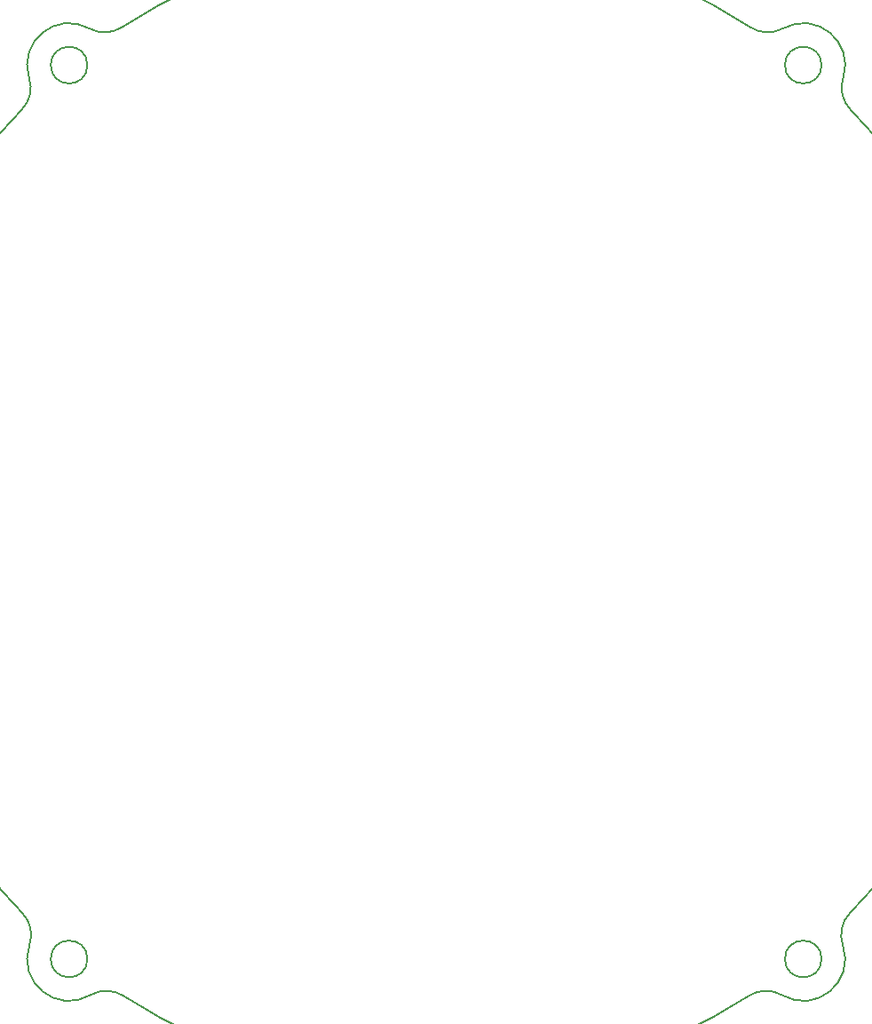
<source format=gbr>
G04 #@! TF.GenerationSoftware,KiCad,Pcbnew,(6.0.5)*
G04 #@! TF.CreationDate,2022-07-11T21:21:47+09:00*
G04 #@! TF.ProjectId,main board,6d61696e-2062-46f6-9172-642e6b696361,rev?*
G04 #@! TF.SameCoordinates,Original*
G04 #@! TF.FileFunction,Profile,NP*
%FSLAX46Y46*%
G04 Gerber Fmt 4.6, Leading zero omitted, Abs format (unit mm)*
G04 Created by KiCad (PCBNEW (6.0.5)) date 2022-07-11 21:21:47*
%MOMM*%
%LPD*%
G01*
G04 APERTURE LIST*
G04 #@! TA.AperFunction,Profile*
%ADD10C,0.200000*%
G04 #@! TD*
G04 APERTURE END LIST*
D10*
X68032457Y-71338290D02*
G75*
G03*
X71122492Y-71230448I1455343J2623390D01*
G01*
X61587476Y-79080617D02*
G75*
G03*
X61631491Y-155660768I39504524J-38267383D01*
G01*
X71267379Y-163559330D02*
G75*
G03*
X68119747Y-163494039I-1626779J-2520670D01*
G01*
X137842000Y-160046105D02*
G75*
G03*
X137842000Y-160046105I-1750000J0D01*
G01*
X137842000Y-74836105D02*
G75*
G03*
X137842000Y-74836105I-1750000J0D01*
G01*
X134064230Y-163494078D02*
G75*
G03*
X130916645Y-163559368I-1520830J-2585922D01*
G01*
X71267355Y-163559368D02*
G75*
G03*
X130916645Y-163559368I29824645J46211367D01*
G01*
X62313243Y-158734378D02*
G75*
G03*
X61631491Y-155660768I-2834143J983778D01*
G01*
X139897315Y-76068788D02*
G75*
G03*
X140596524Y-79080617I2853985J-924512D01*
G01*
X67842000Y-160046105D02*
G75*
G03*
X67842000Y-160046105I-1750000J0D01*
G01*
X62313193Y-158734361D02*
G75*
G03*
X68119747Y-163494039I3778807J-1311739D01*
G01*
X61587470Y-79080611D02*
G75*
G03*
X62286677Y-76068791I-2154770J2087311D01*
G01*
X68032455Y-71338295D02*
G75*
G03*
X62286677Y-76068791I-1940455J-3497805D01*
G01*
X131061508Y-71230448D02*
G75*
G03*
X71122492Y-71230448I-29969508J-46117553D01*
G01*
X134064257Y-163494033D02*
G75*
G03*
X139870800Y-158734363I2027743J3447933D01*
G01*
X67842000Y-74836105D02*
G75*
G03*
X67842000Y-74836105I-1750000J0D01*
G01*
X139897317Y-76068789D02*
G75*
G03*
X134151548Y-71338300I-3805317J1232689D01*
G01*
X140552509Y-155660768D02*
G75*
G03*
X140596524Y-79080617I-39460509J38312768D01*
G01*
X140552509Y-155660768D02*
G75*
G03*
X139870800Y-158734363I2152591J-2089832D01*
G01*
X131061502Y-71230457D02*
G75*
G03*
X134151548Y-71338300I1634698J2515557D01*
G01*
M02*

</source>
